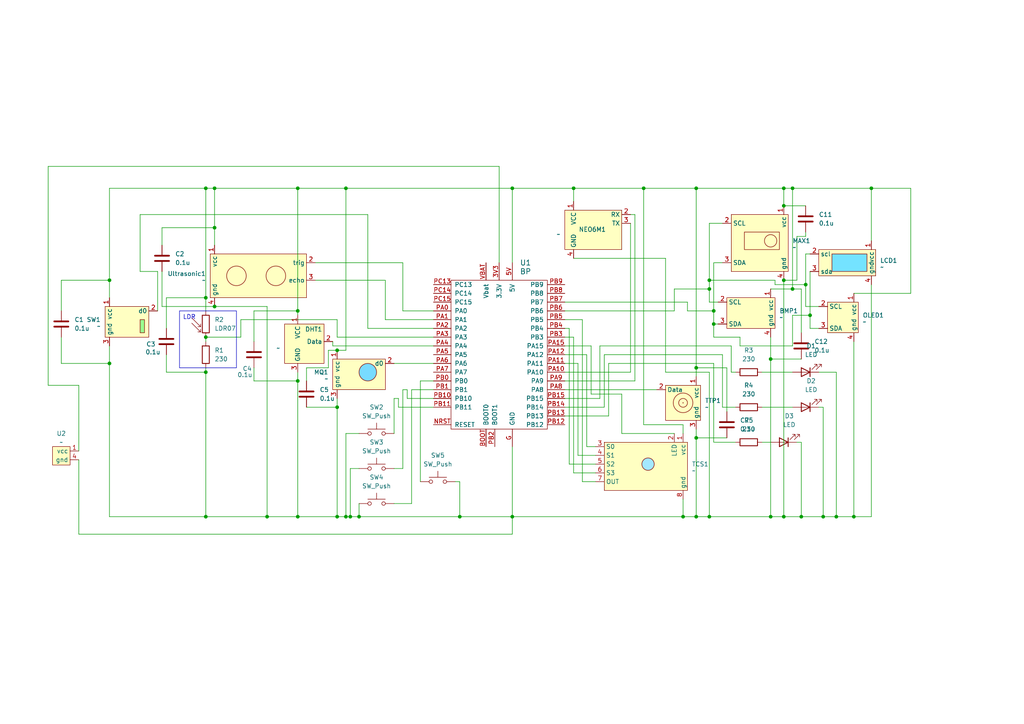
<source format=kicad_sch>
(kicad_sch (version 20231120) (generator "eeschema") (generator_version "8.0")
  (paper "A4")
  (lib_symbols
    (symbol "Device:C" (pin_numbers hide) (pin_names (offset 0.254))
      (property "Reference" "C" (at 0.635 2.54 0))
      (property "Value" "C" (at 0.635 -2.54 0))
      (symbol "C_0_1"
        (polyline (pts (xy -2.032 -0.762) (xy 2.032 -0.762)) (stroke (width 0.508)))
        (polyline (pts (xy -2.032 0.762) (xy 2.032 0.762)) (stroke (width 0.508)))
      )
      (symbol "C_1_1"
        (pin passive line (at 0 3.81 270) (length 2.794) (name "~") (number "1"))
        (pin passive line (at 0 -3.81 90) (length 2.794) (name "~") (number "2"))
      )
    )
    (symbol "Device:LED" (pin_numbers hide) (pin_names (offset 1.016) hide)
      (property "Reference" "D" (at 0 2.54 0))
      (property "Value" "LED" (at 0 -2.54 0))
      (symbol "LED_0_1"
        (polyline (pts (xy -1.27 -1.27) (xy -1.27 1.27)) (stroke (width 0.254)))
        (polyline (pts (xy -1.27 0) (xy 1.27 0)))
        (polyline (pts (xy 1.27 -1.27) (xy 1.27 1.27) (xy -1.27 0) (xy 1.27 -1.27)) (stroke (width 0.254)))
        (polyline (pts (xy -3.048 -0.762) (xy -4.572 -2.286) (xy -3.81 -2.286) (xy -4.572 -2.286) (xy -4.572 -1.524)))
        (polyline (pts (xy -1.778 -0.762) (xy -3.302 -2.286) (xy -2.54 -2.286) (xy -3.302 -2.286) (xy -3.302 -1.524)))
      )
      (symbol "LED_1_1"
        (pin passive line (at -3.81 0 0) (length 2.54) (name "K") (number "1"))
        (pin passive line (at 3.81 0 180) (length 2.54) (name "A") (number "2"))
      )
    )
    (symbol "Device:R" (pin_numbers hide) (pin_names (offset 0))
      (property "Reference" "R" (at 2.032 0 90))
      (property "Value" "R" (at 0 0 90))
      (symbol "R_0_1"
        (rectangle (start -1.016 -2.54) (end 1.016 2.54) (stroke (width 0.254)))
      )
      (symbol "R_1_1"
        (pin passive line (at 0 3.81 270) (length 1.27) (name "~") (number "1"))
        (pin passive line (at 0 -3.81 90) (length 1.27) (name "~") (number "2"))
      )
    )
    (symbol "SENSOR_SYMBOLS:BMP180"
      (property "Reference" "BMP180" (at 0.762 -0.762 0))
      (symbol "BMP180_1_1"
        (rectangle (start -6.35 3.81) (end 7.62 -5.08) (fill (type background)))
        (pin power_in line (at -5.08 6.35 270) (length 2.54) (name "vcc") (number "1"))
        (pin bidirectional line (at 10.16 2.54 180) (length 2.54) (name "SCL") (number "2"))
        (pin bidirectional line (at 10.16 -3.81 180) (length 2.54) (name "SDA") (number "3"))
        (pin power_in line (at -5.08 -7.62 90) (length 2.54) (name "gnd") (number "4"))
      )
    )
    (symbol "SENSOR_SYMBOLS:DHT11"
      (property "Reference" "DHT11" (at 3.302 6.858 0))
      (symbol "DHT11_1_1"
        (rectangle (start -5.08 5.08) (end 6.35 -6.35) (fill (type background)))
        (pin power_in line (at -1.27 7.62 270) (length 2.54) (name "VCC") (number "1"))
        (pin bidirectional line (at 8.89 0 180) (length 2.54) (name "Data") (number "2"))
        (pin power_in line (at -1.27 -8.89 90) (length 2.54) (name "GND") (number "3"))
      )
    )
    (symbol "SENSOR_SYMBOLS:LCD"
      (property "Reference" "LCD" (at 0 3.81 0))
      (symbol "LCD_1_1"
        (rectangle (start -7.62 2.54) (end 8.89 -5.08) (fill (type background)))
        (rectangle (start -5.08 1.27) (end 5.08 -3.81) (fill (type color) (color 116 227 255 1)))
        (pin power_in line (at -6.35 5.08 270) (length 2.54) (name "vcc") (number "1"))
        (pin bidirectional line (at 11.43 1.27 180) (length 2.54) (name "scl") (number "2"))
        (pin bidirectional line (at 11.43 -3.81 180) (length 2.54) (name "sda") (number "3"))
        (pin power_in line (at -6.35 -7.62 90) (length 2.54) (name "gnd") (number "4"))
      )
    )
    (symbol "SENSOR_SYMBOLS:MAX30100"
      (property "Reference" "MAX30100" (at -0.254 11.684 0))
      (symbol "MAX30100_1_1"
        (rectangle (start -8.89 7.62) (end 7.62 -8.89) (fill (type background)))
        (rectangle (start -6.35 2.54) (end 3.81 -2.54))
        (circle (center -3.81 0) (radius 1.7961))
        (pin power_in line (at -7.62 10.16 270) (length 2.54) (name "vcc") (number "1"))
        (pin bidirectional line (at 10.16 5.08 180) (length 2.54) (name "SCL") (number "2"))
        (pin bidirectional line (at 10.16 -6.35 180) (length 2.54) (name "SDA") (number "3"))
        (pin power_in line (at -7.62 -11.43 90) (length 2.54) (name "gnd") (number "4"))
      )
    )
    (symbol "SENSOR_SYMBOLS:MQ2"
      (property "Reference" "MQ2" (at 5.334 -3.81 0))
      (symbol "MQ2_1_1"
        (rectangle (start -7.62 3.81) (end 7.62 -5.08) (fill (type background)))
        (circle (center 2.54 0) (radius 2.54) (fill (type color) (color 120 219 255 1)))
        (pin power_in line (at -6.35 6.35 270) (length 2.54) (name "vcc") (number "1"))
        (pin bidirectional line (at 10.16 2.54 180) (length 2.54) (name "d0") (number "2"))
        (pin power_in line (at -6.35 -7.62 90) (length 2.54) (name "gnd") (number "3"))
      )
    )
    (symbol "SENSOR_SYMBOLS:NEO_6M"
      (property "Reference" "NEO6M" (at 0.762 0.762 0))
      (symbol "NEO_6M_1_1"
        (rectangle (start -7.62 6.35) (end 8.89 -5.08) (fill (type background)))
        (pin power_in line (at -5.08 8.89 270) (length 2.54) (name "VCC") (number "1"))
        (pin bidirectional line (at 11.43 5.08 180) (length 2.54) (name "RX") (number "2"))
        (pin bidirectional line (at 11.43 2.54 180) (length 2.54) (name "TX") (number "3"))
        (pin power_in line (at -5.08 -7.62 90) (length 2.54) (name "GND") (number "4"))
      )
    )
    (symbol "SENSOR_SYMBOLS:OLED"
      (property "Reference" "OLED" (at 1.524 -0.508 0))
      (symbol "OLED_1_1"
        (rectangle (start -3.81 3.81) (end 5.08 -5.08) (fill (type background)))
        (pin power_in line (at -2.54 6.35 270) (length 2.54) (name "vcc") (number "1"))
        (pin bidirectional line (at 7.62 2.54 180) (length 2.54) (name "SCL") (number "2"))
        (pin bidirectional line (at 7.62 -3.81 180) (length 2.54) (name "SDA") (number "3"))
        (pin power_in line (at -2.54 -7.62 90) (length 2.54) (name "gnd") (number "4"))
      )
    )
    (symbol "SENSOR_SYMBOLS:ST_connec"
      (property "Reference" "U" (at 0 3.302 0))
      (symbol "ST_connec_1_1"
        (rectangle (start -2.54 2.54) (end 2.54 -2.794) (fill (type background)))
        (pin power_in line (at 5.08 1.27 180) (length 2.54) (name "vcc") (number "1"))
        (pin power_in line (at 5.08 -1.27 180) (length 2.54) (name "gnd") (number "4"))
      )
    )
    (symbol "SENSOR_SYMBOLS:SW420"
      (property "Reference" "SW420" (at 0 -0.508 0))
      (symbol "SW420_1_1"
        (rectangle (start -6.35 3.81) (end 6.35 -5.08) (fill (type background)))
        (rectangle (start 3.81 0) (end 5.08 -3.81) (fill (type color) (color 155 255 143 1)))
        (pin power_in line (at -5.08 6.35 270) (length 2.54) (name "vcc") (number "1"))
        (pin bidirectional line (at 8.89 2.54 180) (length 2.54) (name "d0") (number "2"))
        (pin power_in line (at -5.08 -7.62 90) (length 2.54) (name "gnd") (number "3"))
      )
    )
    (symbol "SENSOR_SYMBOLS:TCS3200"
      (property "Reference" "TCS3200" (at 0 12.7 0))
      (symbol "TCS3200_1_1"
        (rectangle (start -11.43 6.35) (end 12.7 -7.62) (fill (type background)))
        (circle (center 0 0) (radius 1.7961) (fill (type color) (color 164 232 255 1)))
        (pin power_in line (at -10.16 8.89 270) (length 2.54) (name "vcc") (number "1"))
        (pin bidirectional line (at -7.62 8.89 270) (length 2.54) (name "LED") (number "2"))
        (pin bidirectional line (at 15.24 5.08 180) (length 2.54) (name "S0") (number "3"))
        (pin bidirectional line (at 15.24 2.54 180) (length 2.54) (name "S1") (number "4"))
        (pin bidirectional line (at 15.24 0 180) (length 2.54) (name "S2") (number "5"))
        (pin bidirectional line (at 15.24 -2.54 180) (length 2.54) (name "S3") (number "6"))
        (pin bidirectional line (at 15.24 -5.08 180) (length 2.54) (name "OUT") (number "7"))
        (pin power_in line (at -10.16 -10.16 90) (length 2.54) (name "gnd") (number "8"))
      )
    )
    (symbol "SENSOR_SYMBOLS:TTP"
      (property "Reference" "TTP" (at 3.302 -4.826 0))
      (symbol "TTP_1_1"
        (rectangle (start -5.08 3.81) (end 5.08 -6.35) (fill (type background)))
        (circle (center 0 -1.27) (radius 0.0001))
        (circle (center 0 -1.27) (radius 1.27))
        (circle (center 0 -1.27) (radius 2.8398))
        (pin power_in line (at -3.81 6.35 270) (length 2.54) (name "vcc") (number "1"))
        (pin bidirectional line (at 7.62 2.54 180) (length 2.54) (name "Data") (number "2"))
        (pin power_in line (at -3.81 -8.89 90) (length 2.54) (name "gnd") (number "3"))
      )
    )
    (symbol "SENSOR_SYMBOLS:Ultrasonic"
      (property "Reference" "Ultrasonic" (at 0 10.414 0))
      (symbol "Ultrasonic_1_1"
        (rectangle (start -13.97 5.08) (end 13.97 -7.62) (fill (type background)))
        (circle (center -6.35 -1.27) (radius 2.8398))
        (circle (center 5.08 -1.27) (radius 2.8398))
        (pin power_in line (at -12.7 7.62 270) (length 2.54) (name "vcc") (number "1"))
        (pin bidirectional line (at 16.51 2.54 180) (length 2.54) (name "trig") (number "2"))
        (pin bidirectional line (at 16.51 -2.54 180) (length 2.54) (name "echo") (number "3"))
        (pin power_in line (at -12.7 -10.16 90) (length 2.54) (name "gnd") (number "4"))
      )
    )
    (symbol "Sensor_Optical:LDR07" (pin_numbers hide) (pin_names (offset 0))
      (property "Reference" "R" (at -5.08 0 90))
      (property "Value" "LDR07" (at 1.905 0 90))
      (symbol "LDR07_0_1"
        (rectangle (start -1.016 2.54) (end 1.016 -2.54) (stroke (width 0.254)))
        (polyline (pts (xy -1.524 -2.286) (xy -4.064 0.254)))
        (polyline (pts (xy -1.524 -2.286) (xy -2.286 -2.286)))
        (polyline (pts (xy -1.524 -2.286) (xy -1.524 -1.524)))
        (polyline (pts (xy -1.524 -0.762) (xy -4.064 1.778)))
        (polyline (pts (xy -1.524 -0.762) (xy -2.286 -0.762)))
        (polyline (pts (xy -1.524 -0.762) (xy -1.524 0)))
      )
      (symbol "LDR07_1_1"
        (pin passive line (at 0 3.81 270) (length 1.27) (name "~") (number "1"))
        (pin passive line (at 0 -3.81 90) (length 1.27) (name "~") (number "2"))
      )
    )
    (symbol "Switch:SW_Push" (pin_numbers hide) (pin_names (offset 1.016) hide)
      (property "Reference" "SW" (at 1.27 2.54 0))
      (property "Value" "SW_Push" (at 0 -1.524 0))
      (symbol "SW_Push_0_1"
        (circle (center -2.032 0) (radius 0.508))
        (polyline (pts (xy 0 1.27) (xy 0 3.048)))
        (polyline (pts (xy 2.54 1.27) (xy -2.54 1.27)))
        (circle (center 2.032 0) (radius 0.508))
        (pin passive line (at -5.08 0 0) (length 2.54) (name "1") (number "1"))
        (pin passive line (at 5.08 0 180) (length 2.54) (name "2") (number "2"))
      )
    )
    (symbol "bp:BP" (pin_names (offset 1.016))
      (property "Reference" "U" (at -12.7 22.86 0))
      (property "Value" "BP" (at 7.62 -24.13 0))
      (symbol "BP_0_1"
        (rectangle (start -13.97 21.59) (end 13.97 -21.59))
      )
      (symbol "BP_1_1"
        (pin power_out line (at 0 26.67 270) (length 5.08) (name "3.3V") (number "3V3"))
        (pin power_out line (at 3.81 26.67 270) (length 5.08) (name "5V") (number "5V"))
        (pin input line (at -3.81 -26.67 90) (length 5.08) (name "BOOT0") (number "BOOT"))
        (pin power_out line (at 3.81 -26.67 90) (length 5.08) (name "GND") (number "G"))
        (pin input line (at -19.05 -20.32 0) (length 5.08) (name "RESET") (number "NRST"))
        (pin bidirectional line (at -19.05 12.7 0) (length 5.08) (name "PA0") (number "PA0"))
        (pin bidirectional line (at -19.05 10.16 0) (length 5.08) (name "PA1") (number "PA1"))
        (pin bidirectional line (at 19.05 -5.08 180) (length 5.08) (name "PA10") (number "PA10"))
        (pin bidirectional line (at 19.05 -2.54 180) (length 5.08) (name "PA11") (number "PA11"))
        (pin bidirectional line (at 19.05 0 180) (length 5.08) (name "PA12") (number "PA12"))
        (pin bidirectional line (at 19.05 2.54 180) (length 5.08) (name "PA15") (number "PA15"))
        (pin bidirectional line (at -19.05 7.62 0) (length 5.08) (name "PA2") (number "PA2"))
        (pin bidirectional line (at -19.05 5.08 0) (length 5.08) (name "PA3") (number "PA3"))
        (pin bidirectional line (at -19.05 2.54 0) (length 5.08) (name "PA4") (number "PA4"))
        (pin bidirectional line (at -19.05 0 0) (length 5.08) (name "PA5") (number "PA5"))
        (pin bidirectional line (at -19.05 -2.54 0) (length 5.08) (name "PA6") (number "PA6"))
        (pin bidirectional line (at -19.05 -5.08 0) (length 5.08) (name "PA7") (number "PA7"))
        (pin bidirectional line (at 19.05 -10.16 180) (length 5.08) (name "PA8") (number "PA8"))
        (pin bidirectional line (at 19.05 -7.62 180) (length 5.08) (name "PA9") (number "PA9"))
        (pin bidirectional line (at -19.05 -7.62 0) (length 5.08) (name "PB0") (number "PB0"))
        (pin bidirectional line (at -19.05 -10.16 0) (length 5.08) (name "PB1") (number "PB1"))
        (pin bidirectional line (at -19.05 -12.7 0) (length 5.08) (name "PB10") (number "PB10"))
        (pin bidirectional line (at -19.05 -15.24 0) (length 5.08) (name "PB11") (number "PB11"))
        (pin bidirectional line (at 19.05 -20.32 180) (length 5.08) (name "PB12") (number "PB12"))
        (pin bidirectional line (at 19.05 -17.78 180) (length 5.08) (name "PB13") (number "PB13"))
        (pin bidirectional line (at 19.05 -15.24 180) (length 5.08) (name "PB14") (number "PB14"))
        (pin bidirectional line (at 19.05 -12.7 180) (length 5.08) (name "PB15") (number "PB15"))
        (pin input line (at -1.27 -26.67 90) (length 5.08) (name "BOOT1") (number "PB2"))
        (pin bidirectional line (at 19.05 5.08 180) (length 5.08) (name "PB3") (number "PB3"))
        (pin bidirectional line (at 19.05 7.62 180) (length 5.08) (name "PB4") (number "PB4"))
        (pin bidirectional line (at 19.05 10.16 180) (length 5.08) (name "PB5") (number "PB5"))
        (pin bidirectional line (at 19.05 12.7 180) (length 5.08) (name "PB6") (number "PB6"))
        (pin bidirectional line (at 19.05 15.24 180) (length 5.08) (name "PB7") (number "PB7"))
        (pin bidirectional line (at 19.05 17.78 180) (length 5.08) (name "PB8") (number "PB8"))
        (pin bidirectional line (at 19.05 20.32 180) (length 5.08) (name "PB9") (number "PB9"))
        (pin bidirectional line (at -19.05 20.32 0) (length 5.08) (name "PC13") (number "PC13"))
        (pin bidirectional line (at -19.05 17.78 0) (length 5.08) (name "PC14") (number "PC14"))
        (pin bidirectional line (at -19.05 15.24 0) (length 5.08) (name "PC15") (number "PC15"))
        (pin power_in line (at -3.81 26.67 270) (length 5.08) (name "Vbat") (number "VBAT"))
      )
    )
  )
  (junction (at 205.74 149.86))
  (junction (at 59.69 86.36))
  (junction (at 59.69 97.79))
  (junction (at 62.23 54.61))
  (junction (at 77.47 149.86))
  (junction (at 97.79 118.11))
  (junction (at 59.69 149.86))
  (junction (at 198.12 149.86))
  (junction (at 100.33 149.86))
  (junction (at 201.93 127))
  (junction (at 104.14 149.86))
  (junction (at 31.75 81.28))
  (junction (at 62.23 88.9))
  (junction (at 62.23 66.04))
  (junction (at 86.36 90.17))
  (junction (at 242.57 149.86))
  (junction (at 229.87 54.61))
  (junction (at 207.01 93.98))
  (junction (at 223.52 104.14))
  (junction (at 59.69 54.61))
  (junction (at 101.6 149.86))
  (junction (at 227.33 54.61))
  (junction (at 232.41 149.86))
  (junction (at 234.95 91.44))
  (junction (at 86.36 110.49))
  (junction (at 166.37 54.61))
  (junction (at 148.59 149.86))
  (junction (at 227.33 81.28))
  (junction (at 100.33 54.61))
  (junction (at 201.93 149.86))
  (junction (at 86.36 149.86))
  (junction (at 133.35 149.86))
  (junction (at 186.69 54.61))
  (junction (at 233.68 82.55))
  (junction (at 205.74 83.82))
  (junction (at 238.76 149.86))
  (junction (at 207.01 90.17))
  (junction (at 205.74 81.28))
  (junction (at 227.33 59.69))
  (junction (at 86.36 54.61))
  (junction (at 227.33 149.86))
  (junction (at 97.79 101.6))
  (junction (at 247.65 149.86))
  (junction (at 252.73 54.61))
  (junction (at 97.79 149.86))
  (junction (at 229.87 83.82))
  (junction (at 223.52 149.86))
  (junction (at 59.69 107.95))
  (junction (at 31.75 105.41))
  (junction (at 148.59 54.61))
  (junction (at 201.93 106.68))
  (junction (at 201.93 54.61))
  (wire (pts (xy 233.68 67.31) (xy 233.68 68.58)))
  (wire (pts (xy 119.38 113.03) (xy 125.73 113.03)))
  (wire (pts (xy 234.95 73.66) (xy 233.68 73.66)))
  (wire (pts (xy 220.98 118.11) (xy 229.87 118.11)))
  (wire (pts (xy 148.59 149.86) (xy 198.12 149.86)))
  (wire (pts (xy 59.69 106.68) (xy 59.69 107.95)))
  (wire (pts (xy 148.59 129.54) (xy 148.59 149.86)))
  (wire (pts (xy 199.39 87.63) (xy 199.39 90.17)))
  (wire (pts (xy 86.36 110.49) (xy 86.36 149.86)))
  (wire (pts (xy 227.33 81.28) (xy 227.33 149.86)))
  (wire (pts (xy 166.37 54.61) (xy 148.59 54.61)))
  (wire (pts (xy 22.86 133.35) (xy 22.86 154.94)))
  (wire (pts (xy 182.88 64.77) (xy 182.88 107.95)))
  (wire (pts (xy 46.99 66.04) (xy 62.23 66.04)))
  (wire (pts (xy 45.72 78.74) (xy 40.64 78.74)))
  (wire (pts (xy 234.95 95.25) (xy 237.49 95.25)))
  (wire (pts (xy 180.34 114.3) (xy 180.34 125.73)))
  (wire (pts (xy 59.69 54.61) (xy 59.69 86.36)))
  (wire (pts (xy 242.57 107.95) (xy 242.57 149.86)))
  (wire (pts (xy 207.01 76.2) (xy 207.01 90.17)))
  (wire (pts (xy 48.26 86.36) (xy 59.69 86.36)))
  (wire (pts (xy 101.6 149.86) (xy 104.14 149.86)))
  (wire (pts (xy 86.36 54.61) (xy 100.33 54.61)))
  (wire (pts (xy 104.14 149.86) (xy 133.35 149.86)))
  (wire (pts (xy 252.73 54.61) (xy 252.73 69.85)))
  (wire (pts (xy 17.78 105.41) (xy 31.75 105.41)))
  (wire (pts (xy 238.76 118.11) (xy 238.76 149.86)))
  (wire (pts (xy 48.26 107.95) (xy 59.69 107.95)))
  (wire (pts (xy 73.66 90.17) (xy 86.36 90.17)))
  (wire (pts (xy 46.99 88.9) (xy 62.23 88.9)))
  (wire (pts (xy 238.76 149.86) (xy 232.41 149.86)))
  (wire (pts (xy 62.23 66.04) (xy 62.23 71.12)))
  (wire (pts (xy 45.72 90.17) (xy 45.72 78.74)))
  (wire (pts (xy 144.78 48.26) (xy 144.78 76.2)))
  (wire (pts (xy 207.01 105.41) (xy 176.53 105.41)))
  (wire (pts (xy 233.68 68.58) (xy 231.14 68.58)))
  (wire (pts (xy 88.9 110.49) (xy 88.9 106.68)))
  (wire (pts (xy 31.75 54.61) (xy 31.75 81.28)))
  (wire (pts (xy 195.58 90.17) (xy 195.58 83.82)))
  (wire (pts (xy 175.26 102.87) (xy 175.26 118.11)))
  (wire (pts (xy 17.78 90.17) (xy 17.78 81.28)))
  (wire (pts (xy 173.99 115.57) (xy 163.83 115.57)))
  (wire (pts (xy 31.75 100.33) (xy 31.75 105.41)))
  (wire (pts (xy 207.01 128.27) (xy 207.01 105.41)))
  (wire (pts (xy 118.11 115.57) (xy 125.73 115.57)))
  (wire (pts (xy 73.66 99.06) (xy 73.66 90.17)))
  (wire (pts (xy 233.68 82.55) (xy 233.68 88.9)))
  (wire (pts (xy 59.69 149.86) (xy 77.47 149.86)))
  (wire (pts (xy 193.04 74.93) (xy 193.04 107.95)))
  (wire (pts (xy 242.57 149.86) (xy 238.76 149.86)))
  (wire (pts (xy 31.75 105.41) (xy 31.75 149.86)))
  (wire (pts (xy 100.33 125.73) (xy 100.33 149.86)))
  (wire (pts (xy 205.74 107.95) (xy 205.74 149.86)))
  (wire (pts (xy 111.76 81.28) (xy 91.44 81.28)))
  (wire (pts (xy 209.55 102.87) (xy 175.26 102.87)))
  (wire (pts (xy 198.12 144.78) (xy 198.12 149.86)))
  (wire (pts (xy 172.72 139.7) (xy 168.91 139.7)))
  (wire (pts (xy 205.74 83.82) (xy 205.74 87.63)))
  (wire (pts (xy 115.57 115.57) (xy 115.57 118.11)))
  (wire (pts (xy 13.97 48.26) (xy 144.78 48.26)))
  (wire (pts (xy 209.55 64.77) (xy 205.74 64.77)))
  (wire (pts (xy 97.79 92.71) (xy 69.85 92.71)))
  (wire (pts (xy 114.3 105.41) (xy 125.73 105.41)))
  (wire (pts (xy 231.14 128.27) (xy 232.41 128.27)))
  (wire (pts (xy 163.83 95.25) (xy 165.1 95.25)))
  (wire (pts (xy 176.53 120.65) (xy 163.83 120.65)))
  (wire (pts (xy 95.25 106.68) (xy 95.25 101.6)))
  (wire (pts (xy 193.04 107.95) (xy 205.74 107.95)))
  (wire (pts (xy 86.36 90.17) (xy 86.36 91.44)))
  (wire (pts (xy 214.63 100.33) (xy 229.87 100.33)))
  (wire (pts (xy 114.3 135.89) (xy 116.84 135.89)))
  (wire (pts (xy 86.36 149.86) (xy 97.79 149.86)))
  (wire (pts (xy 195.58 125.73) (xy 180.34 125.73)))
  (wire (pts (xy 205.74 81.28) (xy 205.74 83.82)))
  (wire (pts (xy 163.83 87.63) (xy 199.39 87.63)))
  (wire (pts (xy 186.69 123.19) (xy 198.12 123.19)))
  (wire (pts (xy 111.76 92.71) (xy 111.76 81.28)))
  (wire (pts (xy 88.9 106.68) (xy 95.25 106.68)))
  (wire (pts (xy 167.64 105.41) (xy 163.83 105.41)))
  (wire (pts (xy 125.73 97.79) (xy 97.79 97.79)))
  (wire (pts (xy 121.92 110.49) (xy 125.73 110.49)))
  (wire (pts (xy 207.01 93.98) (xy 208.28 93.98)))
  (wire (pts (xy 167.64 132.08) (xy 167.64 105.41)))
  (wire (pts (xy 69.85 92.71) (xy 69.85 97.79)))
  (wire (pts (xy 227.33 149.86) (xy 223.52 149.86)))
  (wire (pts (xy 201.93 106.68) (xy 201.93 54.61)))
  (wire (pts (xy 220.98 128.27) (xy 223.52 128.27)))
  (wire (pts (xy 212.09 107.95) (xy 213.36 107.95)))
  (wire (pts (xy 220.98 107.95) (xy 229.87 107.95)))
  (wire (pts (xy 59.69 86.36) (xy 59.69 90.17)))
  (wire (pts (xy 48.26 102.87) (xy 48.26 107.95)))
  (wire (pts (xy 229.87 54.61) (xy 229.87 83.82)))
  (wire (pts (xy 223.52 83.82) (xy 229.87 83.82)))
  (wire (pts (xy 163.83 110.49) (xy 184.15 110.49)))
  (wire (pts (xy 233.68 88.9) (xy 237.49 88.9)))
  (wire (pts (xy 210.82 106.68) (xy 201.93 106.68)))
  (wire (pts (xy 186.69 54.61) (xy 186.69 123.19)))
  (wire (pts (xy 22.86 154.94) (xy 148.59 154.94)))
  (wire (pts (xy 166.37 97.79) (xy 166.37 137.16)))
  (wire (pts (xy 31.75 54.61) (xy 59.69 54.61)))
  (wire (pts (xy 59.69 107.95) (xy 59.69 149.86)))
  (wire (pts (xy 184.15 62.23) (xy 182.88 62.23)))
  (wire (pts (xy 231.14 68.58) (xy 231.14 81.28)))
  (wire (pts (xy 229.87 54.61) (xy 227.33 54.61)))
  (wire (pts (xy 201.93 127) (xy 201.93 149.86)))
  (wire (pts (xy 40.64 78.74) (xy 40.64 62.23)))
  (wire (pts (xy 209.55 118.11) (xy 213.36 118.11)))
  (wire (pts (xy 224.79 81.28) (xy 224.79 82.55)))
  (wire (pts (xy 62.23 54.61) (xy 86.36 54.61)))
  (wire (pts (xy 184.15 110.49) (xy 184.15 62.23)))
  (wire (pts (xy 210.82 127) (xy 201.93 127)))
  (wire (pts (xy 104.14 146.05) (xy 104.14 149.86)))
  (wire (pts (xy 170.18 102.87) (xy 170.18 129.54)))
  (wire (pts (xy 133.35 149.86) (xy 148.59 149.86)))
  (wire (pts (xy 201.93 54.61) (xy 186.69 54.61)))
  (wire (pts (xy 252.73 82.55) (xy 252.73 149.86)))
  (wire (pts (xy 48.26 95.25) (xy 48.26 86.36)))
  (wire (pts (xy 13.97 111.76) (xy 13.97 48.26)))
  (wire (pts (xy 118.11 113.03) (xy 118.11 115.57)))
  (wire (pts (xy 229.87 91.44) (xy 229.87 100.33)))
  (wire (pts (xy 163.83 102.87) (xy 170.18 102.87)))
  (wire (pts (xy 264.16 85.09) (xy 264.16 54.61)))
  (wire (pts (xy 69.85 97.79) (xy 59.69 97.79)))
  (wire (pts (xy 224.79 82.55) (xy 233.68 82.55)))
  (wire (pts (xy 223.52 97.79) (xy 223.52 104.14)))
  (wire (pts (xy 173.99 100.33) (xy 173.99 115.57)))
  (wire (pts (xy 175.26 118.11) (xy 163.83 118.11)))
  (wire (pts (xy 212.09 100.33) (xy 212.09 107.95)))
  (wire (pts (xy 97.79 115.57) (xy 97.79 118.11)))
  (wire (pts (xy 119.38 113.03) (xy 119.38 146.05)))
  (wire (pts (xy 182.88 107.95) (xy 163.83 107.95)))
  (wire (pts (xy 121.92 110.49) (xy 121.92 139.7)))
  (wire (pts (xy 163.83 113.03) (xy 190.5 113.03)))
  (wire (pts (xy 234.95 78.74) (xy 234.95 91.44)))
  (wire (pts (xy 62.23 88.9) (xy 77.47 88.9)))
  (wire (pts (xy 95.25 101.6) (xy 97.79 101.6)))
  (wire (pts (xy 31.75 81.28) (xy 31.75 86.36)))
  (wire (pts (xy 170.18 129.54) (xy 172.72 129.54)))
  (wire (pts (xy 171.45 100.33) (xy 163.83 100.33)))
  (wire (pts (xy 232.41 96.52) (xy 232.41 83.82)))
  (wire (pts (xy 231.14 81.28) (xy 227.33 81.28)))
  (wire (pts (xy 205.74 64.77) (xy 205.74 81.28)))
  (wire (pts (xy 88.9 118.11) (xy 97.79 118.11)))
  (wire (pts (xy 40.64 62.23) (xy 106.68 62.23)))
  (wire (pts (xy 59.69 54.61) (xy 62.23 54.61)))
  (wire (pts (xy 209.55 102.87) (xy 209.55 118.11)))
  (wire (pts (xy 223.52 149.86) (xy 205.74 149.86)))
  (wire (pts (xy 176.53 105.41) (xy 176.53 120.65)))
  (wire (pts (xy 31.75 149.86) (xy 59.69 149.86)))
  (wire (pts (xy 214.63 97.79) (xy 214.63 100.33)))
  (wire (pts (xy 100.33 54.61) (xy 100.33 101.6)))
  (wire (pts (xy 233.68 73.66) (xy 233.68 82.55)))
  (wire (pts (xy 237.49 118.11) (xy 238.76 118.11)))
  (wire (pts (xy 86.36 54.61) (xy 86.36 90.17)))
  (wire (pts (xy 167.64 132.08) (xy 172.72 132.08)))
  (wire (pts (xy 205.74 149.86) (xy 201.93 149.86)))
  (wire (pts (xy 148.59 54.61) (xy 148.59 76.2)))
  (wire (pts (xy 165.1 134.62) (xy 165.1 95.25)))
  (wire (pts (xy 96.52 100.33) (xy 96.52 99.06)))
  (wire (pts (xy 180.34 114.3) (xy 171.45 114.3)))
  (wire (pts (xy 100.33 149.86) (xy 101.6 149.86)))
  (wire (pts (xy 201.93 149.86) (xy 198.12 149.86)))
  (wire (pts (xy 232.41 83.82) (xy 229.87 83.82)))
  (wire (pts (xy 22.86 111.76) (xy 13.97 111.76)))
  (wire (pts (xy 106.68 95.25) (xy 125.73 95.25)))
  (wire (pts (xy 101.6 135.89) (xy 101.6 149.86)))
  (wire (pts (xy 106.68 62.23) (xy 106.68 95.25)))
  (wire (pts (xy 201.93 54.61) (xy 227.33 54.61)))
  (wire (pts (xy 163.83 97.79) (xy 166.37 97.79)))
  (wire (pts (xy 252.73 54.61) (xy 229.87 54.61)))
  (wire (pts (xy 195.58 83.82) (xy 205.74 83.82)))
  (wire (pts (xy 17.78 97.79) (xy 17.78 105.41)))
  (wire (pts (xy 116.84 135.89) (xy 116.84 113.03)))
  (wire (pts (xy 97.79 149.86) (xy 100.33 149.86)))
  (wire (pts (xy 205.74 81.28) (xy 224.79 81.28)))
  (wire (pts (xy 233.68 59.69) (xy 227.33 59.69)))
  (wire (pts (xy 264.16 54.61) (xy 252.73 54.61)))
  (wire (pts (xy 104.14 125.73) (xy 100.33 125.73)))
  (wire (pts (xy 207.01 128.27) (xy 213.36 128.27)))
  (wire (pts (xy 201.93 109.22) (xy 201.93 106.68)))
  (wire (pts (xy 125.73 100.33) (xy 96.52 100.33)))
  (wire (pts (xy 104.14 135.89) (xy 101.6 135.89)))
  (wire (pts (xy 232.41 149.86) (xy 227.33 149.86)))
  (wire (pts (xy 114.3 125.73) (xy 114.3 115.57)))
  (wire (pts (xy 163.83 90.17) (xy 195.58 90.17)))
  (wire (pts (xy 119.38 146.05) (xy 114.3 146.05)))
  (wire (pts (xy 198.12 125.73) (xy 198.12 123.19)))
  (wire (pts (xy 132.08 139.7) (xy 133.35 139.7)))
  (wire (pts (xy 223.52 104.14) (xy 223.52 149.86)))
  (wire (pts (xy 133.35 139.7) (xy 133.35 149.86)))
  (wire (pts (xy 22.86 111.76) (xy 22.86 130.81)))
  (wire (pts (xy 166.37 54.61) (xy 166.37 58.42)))
  (wire (pts (xy 97.79 101.6) (xy 100.33 101.6)))
  (wire (pts (xy 205.74 87.63) (xy 208.28 87.63)))
  (wire (pts (xy 210.82 119.38) (xy 210.82 106.68)))
  (wire (pts (xy 237.49 107.95) (xy 242.57 107.95)))
  (wire (pts (xy 91.44 76.2) (xy 116.84 76.2)))
  (wire (pts (xy 234.95 91.44) (xy 229.87 91.44)))
  (wire (pts (xy 125.73 92.71) (xy 111.76 92.71)))
  (wire (pts (xy 116.84 76.2) (xy 116.84 90.17)))
  (wire (pts (xy 59.69 97.79) (xy 59.69 99.06)))
  (wire (pts (xy 73.66 110.49) (xy 86.36 110.49)))
  (wire (pts (xy 46.99 71.12) (xy 46.99 66.04)))
  (wire (pts (xy 97.79 118.11) (xy 97.79 149.86)))
  (wire (pts (xy 114.3 115.57) (xy 115.57 115.57)))
  (wire (pts (xy 201.93 124.46) (xy 201.93 127)))
  (wire (pts (xy 166.37 137.16) (xy 172.72 137.16)))
  (wire (pts (xy 62.23 54.61) (xy 62.23 66.04)))
  (wire (pts (xy 168.91 92.71) (xy 163.83 92.71)))
  (wire (pts (xy 207.01 97.79) (xy 214.63 97.79)))
  (wire (pts (xy 168.91 139.7) (xy 168.91 92.71)))
  (wire (pts (xy 207.01 90.17) (xy 207.01 93.98)))
  (wire (pts (xy 247.65 99.06) (xy 247.65 149.86)))
  (wire (pts (xy 227.33 54.61) (xy 227.33 59.69)))
  (wire (pts (xy 207.01 97.79) (xy 207.01 93.98)))
  (wire (pts (xy 116.84 113.03) (xy 118.11 113.03)))
  (wire (pts (xy 207.01 76.2) (xy 209.55 76.2)))
  (wire (pts (xy 172.72 134.62) (xy 165.1 134.62)))
  (wire (pts (xy 77.47 88.9) (xy 77.47 149.86)))
  (wire (pts (xy 199.39 90.17) (xy 207.01 90.17)))
  (wire (pts (xy 73.66 106.68) (xy 73.66 110.49)))
  (wire (pts (xy 77.47 149.86) (xy 86.36 149.86)))
  (wire (pts (xy 252.73 149.86) (xy 247.65 149.86)))
  (wire (pts (xy 46.99 78.74) (xy 46.99 88.9)))
  (wire (pts (xy 247.65 149.86) (xy 242.57 149.86)))
  (wire (pts (xy 223.52 104.14) (xy 232.41 104.14)))
  (wire (pts (xy 186.69 54.61) (xy 166.37 54.61)))
  (wire (pts (xy 97.79 97.79) (xy 97.79 92.71)))
  (wire (pts (xy 234.95 91.44) (xy 234.95 95.25)))
  (wire (pts (xy 100.33 54.61) (xy 148.59 54.61)))
  (wire (pts (xy 115.57 118.11) (xy 125.73 118.11)))
  (wire (pts (xy 86.36 107.95) (xy 86.36 110.49)))
  (wire (pts (xy 212.09 100.33) (xy 173.99 100.33)))
  (wire (pts (xy 232.41 128.27) (xy 232.41 149.86)))
  (wire (pts (xy 247.65 85.09) (xy 264.16 85.09)))
  (wire (pts (xy 17.78 81.28) (xy 31.75 81.28)))
  (wire (pts (xy 148.59 154.94) (xy 148.59 149.86)))
  (wire (pts (xy 171.45 114.3) (xy 171.45 100.33)))
  (wire (pts (xy 166.37 74.93) (xy 193.04 74.93)))
  (wire (pts (xy 116.84 90.17) (xy 125.73 90.17)))
  (text_box "LDR" (at 52.07 90.17 0) (size 16.51 16.51) (effects (font (size 1.27 1.27)) (justify left top)))
  (symbol (lib_id "Device:R") (at 217.17 128.27 90) (unit 1)
    (property "Reference" "R5" (at 217.17 121.92 90))
    (property "Value" "230" (at 217.17 124.46 90))
    (property "Footprint" "Resistor_THT:R_Axial_DIN0207_L6.3mm_D2.5mm_P10.16mm_Horizontal" (effects (hide yes)))
    (property "Description" "Resistor" (effects (hide yes)))
  )
  (symbol (lib_id "Device:R") (at 217.17 107.95 270) (unit 1)
    (property "Reference" "R3" (at 217.17 101.6 90))
    (property "Value" "230" (at 217.17 104.14 90))
    (property "Footprint" "Resistor_THT:R_Axial_DIN0207_L6.3mm_D2.5mm_P10.16mm_Horizontal" (effects (hide yes)))
    (property "Description" "Resistor" (effects (hide yes)))
  )
  (symbol (lib_id "Device:C") (at 17.78 93.98 0) (unit 1)
    (property "Reference" "C1" (at 21.59 92.7099 0) (effects (justify left)))
    (property "Value" "0.1u" (at 21.59 95.2499 0) (effects (justify left)))
    (property "Footprint" "Capacitor_THT:C_Disc_D5.0mm_W2.5mm_P2.50mm" (effects (hide yes)))
    (property "Description" "Unpolarized capacitor" (effects (hide yes)))
  )
  (symbol (lib_id "SENSOR_SYMBOLS:TTP") (at 198.12 115.57 0) (mirror y) (unit 1)
    (property "Reference" "TTP1" (at 204.47 116.2049 0) (effects (justify right)))
    (property "Value" "~" (at 204.47 118.11 0) (effects (justify right)))
    (property "Footprint" "Sensor_footprints:TTP223" (effects (hide yes)))
  )
  (symbol (lib_id "Device:C") (at 210.82 123.19 0) (unit 1)
    (property "Reference" "C7" (at 214.63 121.9199 0) (effects (justify left)))
    (property "Value" "0.1u" (at 214.63 124.4599 0) (effects (justify left)))
    (property "Footprint" "Capacitor_THT:C_Disc_D5.0mm_W2.5mm_P2.50mm" (effects (hide yes)))
    (property "Description" "Unpolarized capacitor" (effects (hide yes)))
  )
  (symbol (lib_id "SENSOR_SYMBOLS:DHT11") (at 87.63 99.06 0) (unit 1)
    (property "Reference" "DHT1" (at 93.472 95.504 0) (effects (justify right)))
    (property "Value" "~" (at 81.28 100.965 0) (effects (justify right)))
    (property "Footprint" "Sensor_footprints:DHT11" (effects (hide yes)))
  )
  (symbol (lib_id "Device:C") (at 232.41 100.33 0) (unit 1)
    (property "Reference" "C12" (at 236.22 99.0599 0) (effects (justify left)))
    (property "Value" "0.1u" (at 236.22 101.5999 0) (effects (justify left)))
    (property "Footprint" "Capacitor_THT:C_Disc_D5.0mm_W2.5mm_P2.50mm" (effects (hide yes)))
    (property "Description" "Unpolarized capacitor" (effects (hide yes)))
  )
  (symbol (lib_id "Device:C") (at 46.99 74.93 0) (unit 1)
    (property "Reference" "C2" (at 50.8 73.6599 0) (effects (justify left)))
    (property "Value" "0.1u" (at 50.8 76.1999 0) (effects (justify left)))
    (property "Footprint" "Capacitor_THT:C_Disc_D5.0mm_W2.5mm_P2.50mm" (effects (hide yes)))
    (property "Description" "Unpolarized capacitor" (effects (hide yes)))
  )
  (symbol (lib_id "Device:C") (at 88.9 114.3 0) (unit 1)
    (property "Reference" "C5" (at 92.71 113.0299 0) (effects (justify left)))
    (property "Value" "0.1u" (at 92.71 115.5699 0) (effects (justify left)))
    (property "Footprint" "Capacitor_THT:C_Disc_D5.0mm_W2.5mm_P2.50mm" (effects (hide yes)))
    (property "Description" "Unpolarized capacitor" (effects (hide yes)))
  )
  (symbol (lib_id "SENSOR_SYMBOLS:BMP180") (at 218.44 90.17 0) (mirror y) (unit 1)
    (property "Reference" "BMP1" (at 226.06 90.1699 0) (effects (justify right)))
    (property "Value" "~" (at 226.06 92.075 0) (effects (justify right)))
    (property "Footprint" "Sensor_footprints:BMP180" (effects (hide yes)))
  )
  (symbol (lib_id "Device:C") (at 48.26 99.06 0) (unit 1)
    (property "Reference" "C3" (at 42.418 99.822 0) (effects (justify left)))
    (property "Value" "0.1u" (at 42.164 102.108 0) (effects (justify left)))
    (property "Footprint" "Capacitor_THT:C_Disc_D5.0mm_W2.5mm_P2.50mm" (effects (hide yes)))
    (property "Description" "Unpolarized capacitor" (effects (hide yes)))
  )
  (symbol (lib_id "Switch:SW_Push") (at 109.22 135.89 0) (unit 1)
    (property "Reference" "SW3" (at 109.22 128.27 0))
    (property "Value" "SW_Push" (at 109.22 130.81 0))
    (property "Footprint" "Sensor_footprints:Switch" (effects (hide yes)))
    (property "Description" "Push button switch, generic, two pins" (effects (hide yes)))
  )
  (symbol (lib_id "SENSOR_SYMBOLS:SW420") (at 36.83 92.71 0) (unit 1)
    (property "Reference" "SW1" (at 29.21 92.7099 0) (effects (justify right)))
    (property "Value" "~" (at 29.21 94.615 0) (effects (justify right)))
    (property "Footprint" "Sensor_footprints:SW420" (effects (hide yes)))
  )
  (symbol (lib_id "Device:LED") (at 227.33 128.27 180) (unit 1)
    (property "Reference" "D3" (at 228.9175 120.65 0))
    (property "Value" "LED" (at 228.9175 123.19 0))
    (property "Footprint" "LED_THT:LED_D3.0mm" (effects (hide yes)))
    (property "Description" "Light emitting diode" (effects (hide yes)))
  )
  (symbol (lib_id "SENSOR_SYMBOLS:Ultrasonic") (at 74.93 78.74 0) (unit 1)
    (property "Reference" "Ultrasonic1" (at 59.69 79.3749 0) (effects (justify right)))
    (property "Value" "~" (at 59.69 81.28 0) (effects (justify right)))
    (property "Footprint" "Sensor_footprints:HC-SR04" (effects (hide yes)))
  )
  (symbol (lib_id "SENSOR_SYMBOLS:OLED") (at 245.11 91.44 0) (mirror y) (unit 1)
    (property "Reference" "OLED1" (at 250.19 91.4399 0) (effects (justify right)))
    (property "Value" "~" (at 250.19 93.345 0) (effects (justify right)))
    (property "Footprint" "Sensor_footprints:128x64OLED" (effects (hide yes)))
  )
  (symbol (lib_id "Device:C") (at 73.66 102.87 0) (unit 1)
    (property "Reference" "C4" (at 70.358 106.934 0) (effects (justify left)))
    (property "Value" "0.1u" (at 68.834 108.712 0) (effects (justify left)))
    (property "Footprint" "Capacitor_THT:C_Disc_D5.0mm_W2.5mm_P2.50mm" (effects (hide yes)))
    (property "Description" "Unpolarized capacitor" (effects (hide yes)))
  )
  (symbol (lib_id "Device:LED") (at 233.68 107.95 180) (unit 1)
    (property "Reference" "D1" (at 235.2675 100.33 0))
    (property "Value" "LED" (at 235.2675 102.87 0))
    (property "Footprint" "LED_THT:LED_D3.0mm" (effects (hide yes)))
    (property "Description" "Light emitting diode" (effects (hide yes)))
  )
  (symbol (lib_id "bp:BP") (at 144.78 102.87 0) (unit 1)
    (property "Reference" "U1" (at 150.7841 76.2 0) (effects (font (size 1.524 1.524)) (justify left)))
    (property "Value" "BP" (at 150.7841 78.74 0) (effects (font (size 1.524 1.524)) (justify left)))
    (property "Footprint" "BLuepill_footp:blue_pill" (effects (hide yes)))
  )
  (symbol (lib_id "SENSOR_SYMBOLS:NEO_6M") (at 171.45 67.31 0) (unit 1)
    (property "Reference" "NEO6M1" (at 175.768 66.548 0) (effects (justify right)))
    (property "Value" "~" (at 162.56 67.945 0) (effects (justify right)))
    (property "Footprint" "Sensor_footprints:Neo-6M" (effects (hide yes)))
  )
  (symbol (lib_id "Sensor_Optical:LDR07") (at 59.69 93.98 0) (unit 1)
    (property "Reference" "R2" (at 62.23 92.7099 0) (effects (justify left)))
    (property "Value" "LDR07" (at 62.23 95.2499 0) (effects (justify left)))
    (property "Footprint" "OptoDevice:R_LDR_5.1x4.3mm_P3.4mm_Vertical" (effects (hide yes)))
    (property "Datasheet" "http://www.tme.eu/de/Document/f2e3ad76a925811312d226c31da4cd7e/LDR07.pdf" (effects (hide yes)))
    (property "Description" "light dependent resistor" (effects (hide yes)))
  )
  (symbol (lib_id "Device:R") (at 59.69 102.87 0) (unit 1)
    (property "Reference" "R1" (at 62.23 101.5999 0) (effects (justify left)))
    (property "Value" "230" (at 62.23 104.1399 0) (effects (justify left)))
    (property "Footprint" "Resistor_THT:R_Axial_DIN0207_L6.3mm_D2.5mm_P10.16mm_Horizontal" (effects (hide yes)))
    (property "Description" "Resistor" (effects (hide yes)))
  )
  (symbol (lib_id "Switch:SW_Push") (at 109.22 146.05 0) (unit 1)
    (property "Reference" "SW4" (at 109.22 138.43 0))
    (property "Value" "SW_Push" (at 109.22 140.97 0))
    (property "Footprint" "Sensor_footprints:Switch" (effects (hide yes)))
    (property "Description" "Push button switch, generic, two pins" (effects (hide yes)))
  )
  (symbol (lib_id "SENSOR_SYMBOLS:MQ2") (at 104.14 107.95 0) (unit 1)
    (property "Reference" "MQ1" (at 95.25 107.9499 0) (effects (justify right)))
    (property "Value" "~" (at 95.25 109.855 0) (effects (justify right)))
    (property "Footprint" "Sensor_footprints:MQ2" (effects (hide yes)))
  )
  (symbol (lib_id "Device:LED") (at 233.68 118.11 180) (unit 1)
    (property "Reference" "D2" (at 235.2675 110.49 0))
    (property "Value" "LED" (at 235.2675 113.03 0))
    (property "Footprint" "LED_THT:LED_D3.0mm" (effects (hide yes)))
    (property "Description" "Light emitting diode" (effects (hide yes)))
  )
  (symbol (lib_id "SENSOR_SYMBOLS:TCS3200") (at 187.96 134.62 0) (mirror y) (unit 1)
    (property "Reference" "TCS1" (at 200.66 134.6199 0) (effects (justify right)))
    (property "Value" "~" (at 200.66 136.525 0) (effects (justify right)))
    (property "Footprint" "Sensor_footprints:TCS3200" (effects (hide yes)))
  )
  (symbol (lib_id "SENSOR_SYMBOLS:ST_connec") (at 17.78 132.08 0) (unit 1)
    (property "Reference" "U2" (at 17.78 125.73 0))
    (property "Value" "~" (at 17.78 128.27 0))
    (property "Footprint" "Sensor_footprints:STLINK_Connect" (effects (hide yes)))
  )
  (symbol (lib_id "SENSOR_SYMBOLS:LCD") (at 246.38 74.93 0) (mirror y) (unit 1)
    (property "Reference" "LCD1" (at 255.27 75.5649 0) (effects (justify right)))
    (property "Value" "~" (at 255.27 77.47 0) (effects (justify right)))
    (property "Footprint" "Sensor_footprints:LCD_I2C" (effects (hide yes)))
  )
  (symbol (lib_id "Switch:SW_Push") (at 127 139.7 0) (unit 1)
    (property "Reference" "SW5" (at 127 132.08 0))
    (property "Value" "SW_Push" (at 127 134.62 0))
    (property "Footprint" "Sensor_footprints:Switch" (effects (hide yes)))
    (property "Description" "Push button switch, generic, two pins" (effects (hide yes)))
  )
  (symbol (lib_id "Switch:SW_Push") (at 109.22 125.73 0) (unit 1)
    (property "Reference" "SW2" (at 109.22 118.11 0))
    (property "Value" "SW_Push" (at 109.22 120.65 0))
    (property "Footprint" "Sensor_footprints:Switch" (effects (hide yes)))
    (property "Description" "Push button switch, generic, two pins" (effects (hide yes)))
  )
  (symbol (lib_id "SENSOR_SYMBOLS:MAX30100") (at 219.71 69.85 0) (mirror y) (unit 1)
    (property "Reference" "MAX1" (at 229.87 69.8499 0) (effects (justify right)))
    (property "Value" "~" (at 229.87 71.755 0) (effects (justify right)))
    (property "Footprint" "Sensor_footprints:MAX30100" (effects (hide yes)))
  )
  (symbol (lib_id "Device:R") (at 217.17 118.11 90) (unit 1)
    (property "Reference" "R4" (at 217.17 111.76 90))
    (property "Value" "230" (at 217.17 114.3 90))
    (property "Footprint" "Resistor_THT:R_Axial_DIN0207_L6.3mm_D2.5mm_P10.16mm_Horizontal" (effects (hide yes)))
    (property "Description" "Resistor" (effects (hide yes)))
  )
  (symbol (lib_id "Device:C") (at 233.68 63.5 0) (unit 1)
    (property "Reference" "C11" (at 237.49 62.2299 0) (effects (justify left)))
    (property "Value" "0.1u" (at 237.49 64.7699 0) (effects (justify left)))
    (property "Footprint" "Capacitor_THT:C_Disc_D5.0mm_W2.5mm_P2.50mm" (effects (hide yes)))
    (property "Description" "Unpolarized capacitor" (effects (hide yes)))
  )
)
</source>
